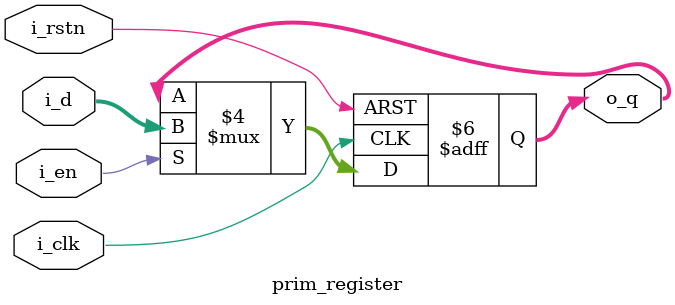
<source format=sv>
module prim_register #(
    parameter int WIDTH = 32,
    parameter logic [WIDTH-1 :0] RESET_VAL = {(WIDTH){1'b0}}
)(
    input  logic                i_clk,
    input  logic                i_rstn,      // Active-Low asynchronous reset
    input  logic                i_en,
    input  logic [WIDTH- 1 : 0] i_d,
    output logic [WIDTH- 1 : 0] o_q
);

always_ff @(posedge i_clk, negedge i_rstn) begin
        if (!i_rstn)      o_q  <=  RESET_VAL;
        else if (i_en)    o_q  <=  i_d;
        else              o_q  <=  o_q;   // To prevent latch
end

endmodule : prim_register



</source>
